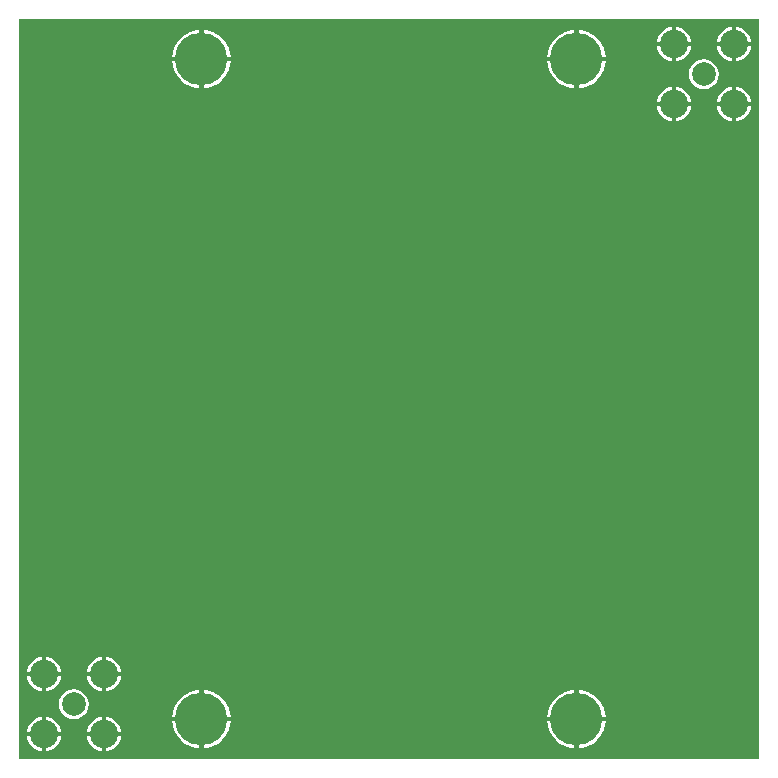
<source format=gbl>
G04 Layer_Physical_Order=2*
G04 Layer_Color=255*
%FSLAX44Y44*%
%MOMM*%
G71*
G01*
G75*
%ADD14C,2.0000*%
%ADD15C,2.4000*%
%ADD16C,4.4450*%
%ADD17C,4.0000*%
%ADD18C,0.7000*%
G36*
X-3915Y3915D02*
X-631085D01*
Y631085D01*
X-3915D01*
Y3915D01*
D02*
G37*
%LPC*%
G36*
X-474251Y62818D02*
Y40100D01*
X-451532D01*
X-451814Y42961D01*
X-453232Y47635D01*
X-455534Y51942D01*
X-458633Y55718D01*
X-462408Y58816D01*
X-466715Y61118D01*
X-471389Y62536D01*
X-474251Y62818D01*
D02*
G37*
G36*
X-156751D02*
Y40100D01*
X-134032D01*
X-134314Y42961D01*
X-135732Y47635D01*
X-138034Y51942D01*
X-141132Y55718D01*
X-144908Y58816D01*
X-149215Y61118D01*
X-153889Y62536D01*
X-156751Y62818D01*
D02*
G37*
G36*
X-611599Y74201D02*
X-624033D01*
X-623795Y72396D01*
X-622327Y68852D01*
X-619991Y65809D01*
X-616948Y63473D01*
X-613404Y62005D01*
X-611599Y61768D01*
Y74201D01*
D02*
G37*
G36*
X-584200Y63478D02*
X-587481Y63046D01*
X-590539Y61780D01*
X-593165Y59765D01*
X-595180Y57139D01*
X-596446Y54081D01*
X-596879Y50800D01*
X-596446Y47519D01*
X-595180Y44461D01*
X-593165Y41835D01*
X-590539Y39820D01*
X-587481Y38554D01*
X-584200Y38122D01*
X-580919Y38554D01*
X-577861Y39820D01*
X-575235Y41835D01*
X-573220Y44461D01*
X-571954Y47519D01*
X-571521Y50800D01*
X-571954Y54081D01*
X-573220Y57139D01*
X-575235Y59765D01*
X-577861Y61780D01*
X-580919Y63046D01*
X-584200Y63478D01*
D02*
G37*
G36*
X-478251Y62818D02*
X-481111Y62536D01*
X-485785Y61118D01*
X-490092Y58816D01*
X-493867Y55718D01*
X-496966Y51942D01*
X-499268Y47635D01*
X-500686Y42961D01*
X-500968Y40100D01*
X-478251D01*
Y62818D01*
D02*
G37*
G36*
X-160751D02*
X-163611Y62536D01*
X-168285Y61118D01*
X-172592Y58816D01*
X-176367Y55718D01*
X-179466Y51942D01*
X-181768Y47635D01*
X-183186Y42961D01*
X-183468Y40100D01*
X-160751D01*
Y62818D01*
D02*
G37*
G36*
X-611599Y90632D02*
X-613404Y90395D01*
X-616948Y88927D01*
X-619991Y86591D01*
X-622327Y83548D01*
X-623795Y80003D01*
X-624032Y78200D01*
X-611599D01*
Y90632D01*
D02*
G37*
G36*
X-560799D02*
X-562603Y90395D01*
X-566148Y88927D01*
X-569191Y86591D01*
X-571527Y83548D01*
X-572995Y80003D01*
X-573232Y78200D01*
X-560799D01*
Y90632D01*
D02*
G37*
G36*
X-607599Y90632D02*
Y78200D01*
X-595168D01*
X-595405Y80003D01*
X-596873Y83548D01*
X-599209Y86591D01*
X-602252Y88927D01*
X-605797Y90395D01*
X-607599Y90632D01*
D02*
G37*
G36*
X-560799Y74201D02*
X-573232D01*
X-572995Y72396D01*
X-571527Y68852D01*
X-569191Y65809D01*
X-566148Y63473D01*
X-562603Y62005D01*
X-560799Y61768D01*
Y74201D01*
D02*
G37*
G36*
X-595168D02*
X-607599D01*
Y61768D01*
X-605797Y62005D01*
X-602252Y63473D01*
X-599209Y65809D01*
X-596873Y68852D01*
X-595405Y72396D01*
X-595168Y74201D01*
D02*
G37*
G36*
X-544367D02*
X-556799D01*
Y61768D01*
X-554996Y62005D01*
X-551452Y63473D01*
X-548409Y65809D01*
X-546073Y68852D01*
X-544605Y72396D01*
X-544367Y74201D01*
D02*
G37*
G36*
Y23400D02*
X-556799D01*
Y10968D01*
X-554996Y11205D01*
X-551452Y12673D01*
X-548409Y15009D01*
X-546073Y18052D01*
X-544605Y21597D01*
X-544367Y23400D01*
D02*
G37*
G36*
X-134032Y36100D02*
X-156751D01*
Y13382D01*
X-153889Y13664D01*
X-149215Y15082D01*
X-144908Y17384D01*
X-141132Y20482D01*
X-138034Y24258D01*
X-135732Y28565D01*
X-134314Y33239D01*
X-134032Y36100D01*
D02*
G37*
G36*
X-451532D02*
X-474251D01*
Y13382D01*
X-471389Y13664D01*
X-466715Y15082D01*
X-462408Y17384D01*
X-458633Y20482D01*
X-455534Y24258D01*
X-453232Y28565D01*
X-451814Y33239D01*
X-451532Y36100D01*
D02*
G37*
G36*
X-611599Y23400D02*
X-624033D01*
X-623795Y21597D01*
X-622327Y18052D01*
X-619991Y15009D01*
X-616948Y12673D01*
X-613404Y11205D01*
X-611599Y10968D01*
Y23400D01*
D02*
G37*
G36*
X-560799D02*
X-573232D01*
X-572995Y21597D01*
X-571527Y18052D01*
X-569191Y15009D01*
X-566148Y12673D01*
X-562603Y11205D01*
X-560799Y10968D01*
Y23400D01*
D02*
G37*
G36*
X-595168D02*
X-607599D01*
Y10968D01*
X-605797Y11205D01*
X-602252Y12673D01*
X-599209Y15009D01*
X-596873Y18052D01*
X-595405Y21597D01*
X-595168Y23400D01*
D02*
G37*
G36*
X-560799Y39832D02*
X-562603Y39595D01*
X-566148Y38127D01*
X-569191Y35791D01*
X-571527Y32748D01*
X-572995Y29204D01*
X-573232Y27401D01*
X-560799D01*
Y39832D01*
D02*
G37*
G36*
X-607599Y39832D02*
Y27401D01*
X-595168D01*
X-595405Y29204D01*
X-596873Y32748D01*
X-599209Y35791D01*
X-602252Y38127D01*
X-605797Y39595D01*
X-607599Y39832D01*
D02*
G37*
G36*
X-556799D02*
Y27401D01*
X-544368D01*
X-544605Y29204D01*
X-546073Y32748D01*
X-548409Y35791D01*
X-551452Y38127D01*
X-554996Y39595D01*
X-556799Y39832D01*
D02*
G37*
G36*
X-478251Y36100D02*
X-500968D01*
X-500686Y33239D01*
X-499268Y28565D01*
X-496966Y24258D01*
X-493867Y20482D01*
X-490092Y17384D01*
X-485785Y15082D01*
X-481111Y13664D01*
X-478251Y13382D01*
Y36100D01*
D02*
G37*
G36*
X-160751D02*
X-183468D01*
X-183186Y33239D01*
X-181768Y28565D01*
X-179466Y24258D01*
X-176367Y20482D01*
X-172592Y17384D01*
X-168285Y15082D01*
X-163611Y13664D01*
X-160751Y13382D01*
Y36100D01*
D02*
G37*
G36*
X-611599Y39832D02*
X-613404Y39595D01*
X-616948Y38127D01*
X-619991Y35791D01*
X-622327Y32748D01*
X-623795Y29204D01*
X-624032Y27401D01*
X-611599D01*
Y39832D01*
D02*
G37*
G36*
X-556799Y90632D02*
Y78200D01*
X-544368D01*
X-544605Y80003D01*
X-546073Y83548D01*
X-548409Y86591D01*
X-551452Y88927D01*
X-554996Y90395D01*
X-556799Y90632D01*
D02*
G37*
G36*
X-10968Y607601D02*
X-23399D01*
Y595168D01*
X-21597Y595405D01*
X-18052Y596873D01*
X-15009Y599209D01*
X-12673Y602252D01*
X-11205Y605797D01*
X-10968Y607601D01*
D02*
G37*
G36*
X-478251Y621618D02*
X-481111Y621336D01*
X-485785Y619918D01*
X-490092Y617616D01*
X-493867Y614518D01*
X-496966Y610742D01*
X-499268Y606435D01*
X-500686Y601761D01*
X-500968Y598899D01*
X-478251D01*
Y621618D01*
D02*
G37*
G36*
X-160751D02*
X-163611Y621336D01*
X-168285Y619918D01*
X-172592Y617616D01*
X-176367Y614518D01*
X-179466Y610742D01*
X-181768Y606435D01*
X-183186Y601761D01*
X-183468Y598899D01*
X-160751D01*
Y621618D01*
D02*
G37*
G36*
X-78199Y607601D02*
X-90632D01*
X-90395Y605797D01*
X-88927Y602252D01*
X-86591Y599209D01*
X-83548Y596873D01*
X-80003Y595405D01*
X-78199Y595168D01*
Y607601D01*
D02*
G37*
G36*
X-27399D02*
X-39832D01*
X-39595Y605797D01*
X-38127Y602252D01*
X-35791Y599209D01*
X-32748Y596873D01*
X-29204Y595405D01*
X-27399Y595168D01*
Y607601D01*
D02*
G37*
G36*
X-61768D02*
X-74199D01*
Y595168D01*
X-72396Y595405D01*
X-68852Y596873D01*
X-65809Y599209D01*
X-63473Y602252D01*
X-62005Y605797D01*
X-61768Y607601D01*
D02*
G37*
G36*
X-78199Y624033D02*
X-80003Y623795D01*
X-83548Y622327D01*
X-86591Y619991D01*
X-88927Y616948D01*
X-90395Y613404D01*
X-90632Y611600D01*
X-78199D01*
Y624033D01*
D02*
G37*
G36*
X-74199Y624032D02*
Y611600D01*
X-61768D01*
X-62005Y613404D01*
X-63473Y616948D01*
X-65809Y619991D01*
X-68852Y622327D01*
X-72396Y623795D01*
X-74199Y624032D01*
D02*
G37*
G36*
X-23399D02*
Y611600D01*
X-10968D01*
X-11205Y613404D01*
X-12673Y616948D01*
X-15009Y619991D01*
X-18052Y622327D01*
X-21597Y623795D01*
X-23399Y624032D01*
D02*
G37*
G36*
X-474251Y621618D02*
Y598899D01*
X-451532D01*
X-451814Y601761D01*
X-453232Y606435D01*
X-455534Y610742D01*
X-458633Y614518D01*
X-462408Y617616D01*
X-466715Y619918D01*
X-471389Y621336D01*
X-474251Y621618D01*
D02*
G37*
G36*
X-156751D02*
Y598899D01*
X-134032D01*
X-134314Y601761D01*
X-135732Y606435D01*
X-138034Y610742D01*
X-141132Y614518D01*
X-144908Y617616D01*
X-149215Y619918D01*
X-153889Y621336D01*
X-156751Y621618D01*
D02*
G37*
G36*
X-27399Y624033D02*
X-29204Y623795D01*
X-32748Y622327D01*
X-35791Y619991D01*
X-38127Y616948D01*
X-39595Y613404D01*
X-39832Y611600D01*
X-27399D01*
Y624033D01*
D02*
G37*
G36*
X-160751Y594899D02*
X-183468D01*
X-183186Y592039D01*
X-181768Y587365D01*
X-179466Y583058D01*
X-176367Y579282D01*
X-172592Y576184D01*
X-168285Y573882D01*
X-163611Y572464D01*
X-160751Y572182D01*
Y594899D01*
D02*
G37*
G36*
X-10968Y556800D02*
X-23399D01*
Y544368D01*
X-21597Y544605D01*
X-18052Y546073D01*
X-15009Y548409D01*
X-12673Y551452D01*
X-11205Y554996D01*
X-10968Y556800D01*
D02*
G37*
G36*
X-27399Y573232D02*
X-29204Y572995D01*
X-32748Y571527D01*
X-35791Y569191D01*
X-38127Y566148D01*
X-39595Y562603D01*
X-39832Y560801D01*
X-27399D01*
Y573232D01*
D02*
G37*
G36*
X-78199D02*
X-80003Y572995D01*
X-83548Y571527D01*
X-86591Y569191D01*
X-88927Y566148D01*
X-90395Y562603D01*
X-90632Y560801D01*
X-78199D01*
Y573232D01*
D02*
G37*
G36*
Y556800D02*
X-90632D01*
X-90395Y554996D01*
X-88927Y551452D01*
X-86591Y548409D01*
X-83548Y546073D01*
X-80003Y544605D01*
X-78199Y544367D01*
Y556800D01*
D02*
G37*
G36*
X-27399D02*
X-39832D01*
X-39595Y554996D01*
X-38127Y551452D01*
X-35791Y548409D01*
X-32748Y546073D01*
X-29204Y544605D01*
X-27399Y544367D01*
Y556800D01*
D02*
G37*
G36*
X-61768D02*
X-74199D01*
Y544368D01*
X-72396Y544605D01*
X-68852Y546073D01*
X-65809Y548409D01*
X-63473Y551452D01*
X-62005Y554996D01*
X-61768Y556800D01*
D02*
G37*
G36*
X-134032Y594899D02*
X-156751D01*
Y572182D01*
X-153889Y572464D01*
X-149215Y573882D01*
X-144908Y576184D01*
X-141132Y579282D01*
X-138034Y583058D01*
X-135732Y587365D01*
X-134314Y592039D01*
X-134032Y594899D01*
D02*
G37*
G36*
X-451532D02*
X-474251D01*
Y572182D01*
X-471389Y572464D01*
X-466715Y573882D01*
X-462408Y576184D01*
X-458633Y579282D01*
X-455534Y583058D01*
X-453232Y587365D01*
X-451814Y592039D01*
X-451532Y594899D01*
D02*
G37*
G36*
X-478251D02*
X-500968D01*
X-500686Y592039D01*
X-499268Y587365D01*
X-496966Y583058D01*
X-493867Y579282D01*
X-490092Y576184D01*
X-485785Y573882D01*
X-481111Y572464D01*
X-478251Y572182D01*
Y594899D01*
D02*
G37*
G36*
X-74199Y573232D02*
Y560801D01*
X-61768D01*
X-62005Y562603D01*
X-63473Y566148D01*
X-65809Y569191D01*
X-68852Y571527D01*
X-72396Y572995D01*
X-74199Y573232D01*
D02*
G37*
G36*
X-23399D02*
Y560801D01*
X-10968D01*
X-11205Y562603D01*
X-12673Y566148D01*
X-15009Y569191D01*
X-18052Y571527D01*
X-21597Y572995D01*
X-23399Y573232D01*
D02*
G37*
G36*
X-50800Y596879D02*
X-54081Y596446D01*
X-57139Y595180D01*
X-59765Y593165D01*
X-61780Y590539D01*
X-63046Y587481D01*
X-63478Y584200D01*
X-63046Y580919D01*
X-61780Y577861D01*
X-59765Y575235D01*
X-57139Y573220D01*
X-54081Y571954D01*
X-50800Y571521D01*
X-47519Y571954D01*
X-44461Y573220D01*
X-41835Y575235D01*
X-39820Y577861D01*
X-38554Y580919D01*
X-38122Y584200D01*
X-38554Y587481D01*
X-39820Y590539D01*
X-41835Y593165D01*
X-44461Y595180D01*
X-47519Y596446D01*
X-50800Y596879D01*
D02*
G37*
%LPD*%
D14*
Y584200D02*
D03*
X-584200Y50800D02*
D03*
D15*
X-25400Y609600D02*
D03*
X-76200D02*
D03*
Y558800D02*
D03*
X-25400D02*
D03*
X-558800Y25400D02*
D03*
X-609600D02*
D03*
Y76200D02*
D03*
X-558800D02*
D03*
D16*
X-476250Y596900D02*
D03*
X-158750D02*
D03*
Y38100D02*
D03*
X-476250D02*
D03*
D17*
X-45700Y45700D02*
D03*
X-444500Y119400D02*
D03*
X-589300Y589300D02*
D03*
D18*
X-124200Y16800D02*
D03*
X-126200Y27800D02*
D03*
Y35800D02*
D03*
Y46800D02*
D03*
X-127200Y57800D02*
D03*
X-187200Y18800D02*
D03*
X-188200Y29800D02*
D03*
Y43800D02*
D03*
Y55800D02*
D03*
X-608200Y95800D02*
D03*
X-618200D02*
D03*
X-445200Y23800D02*
D03*
X-444200Y34800D02*
D03*
Y45800D02*
D03*
X-445200Y56800D02*
D03*
X-507200Y16800D02*
D03*
X-506200Y31800D02*
D03*
Y44800D02*
D03*
X-505200Y54800D02*
D03*
X-538200Y18800D02*
D03*
X-537200Y28800D02*
D03*
X-542200Y38800D02*
D03*
X-553200Y45800D02*
D03*
X-554200Y55800D02*
D03*
X-546200Y59800D02*
D03*
X-539200Y74800D02*
D03*
X-540200Y83800D02*
D03*
X-545200Y95800D02*
D03*
X-557200D02*
D03*
X-506200Y613800D02*
D03*
Y599800D02*
D03*
Y587800D02*
D03*
Y573800D02*
D03*
X-495200Y563800D02*
D03*
X-484200D02*
D03*
X-445200Y581800D02*
D03*
Y591800D02*
D03*
Y603800D02*
D03*
Y614800D02*
D03*
X-473200Y540800D02*
D03*
Y550800D02*
D03*
Y563800D02*
D03*
X-459200Y571800D02*
D03*
X-448200Y573800D02*
D03*
X-434200D02*
D03*
X-377200Y572800D02*
D03*
X-388200Y574800D02*
D03*
X-403200D02*
D03*
X-417200D02*
D03*
X-425200Y562800D02*
D03*
Y552800D02*
D03*
Y541800D02*
D03*
X-125200Y597800D02*
D03*
Y607800D02*
D03*
Y616800D02*
D03*
X-192200Y617800D02*
D03*
Y606800D02*
D03*
X-627200Y255800D02*
D03*
Y245800D02*
D03*
Y235800D02*
D03*
Y225800D02*
D03*
Y215800D02*
D03*
Y205800D02*
D03*
Y195800D02*
D03*
Y185800D02*
D03*
Y175800D02*
D03*
Y165800D02*
D03*
Y155800D02*
D03*
Y145800D02*
D03*
Y135800D02*
D03*
Y125800D02*
D03*
Y115800D02*
D03*
Y105800D02*
D03*
Y95800D02*
D03*
Y85800D02*
D03*
Y75800D02*
D03*
Y65800D02*
D03*
Y55800D02*
D03*
Y45800D02*
D03*
Y35800D02*
D03*
Y25800D02*
D03*
Y265800D02*
D03*
Y494800D02*
D03*
Y484800D02*
D03*
Y474800D02*
D03*
Y464800D02*
D03*
Y454800D02*
D03*
Y444800D02*
D03*
Y434800D02*
D03*
Y424800D02*
D03*
Y414800D02*
D03*
Y404800D02*
D03*
Y394800D02*
D03*
Y384800D02*
D03*
Y374800D02*
D03*
Y364800D02*
D03*
Y354800D02*
D03*
Y344800D02*
D03*
Y334800D02*
D03*
Y324800D02*
D03*
Y314800D02*
D03*
Y304800D02*
D03*
Y294800D02*
D03*
Y284800D02*
D03*
Y274800D02*
D03*
Y507800D02*
D03*
Y626800D02*
D03*
Y616800D02*
D03*
Y606800D02*
D03*
Y596800D02*
D03*
Y586800D02*
D03*
Y576800D02*
D03*
Y566800D02*
D03*
Y556800D02*
D03*
Y546800D02*
D03*
Y536800D02*
D03*
Y526800D02*
D03*
Y516800D02*
D03*
Y16800D02*
D03*
X-95200Y563800D02*
D03*
Y554800D02*
D03*
Y544800D02*
D03*
X-97200Y607800D02*
D03*
Y617800D02*
D03*
X-90200Y534800D02*
D03*
X-77200D02*
D03*
X-66200D02*
D03*
X-56200Y535800D02*
D03*
X-43200Y534800D02*
D03*
X-32200Y535800D02*
D03*
X-21200D02*
D03*
X-45200Y608800D02*
D03*
X-55200Y609800D02*
D03*
X-46200Y557800D02*
D03*
X-56200D02*
D03*
X-25200Y579800D02*
D03*
Y589800D02*
D03*
X-385200Y627800D02*
D03*
X-395200D02*
D03*
X-405200D02*
D03*
X-415200D02*
D03*
X-425200D02*
D03*
X-435200D02*
D03*
X-445200D02*
D03*
X-455200D02*
D03*
X-465200D02*
D03*
X-475200D02*
D03*
X-485200D02*
D03*
X-495200D02*
D03*
X-505200D02*
D03*
X-515200D02*
D03*
X-525200D02*
D03*
X-535200D02*
D03*
X-545200D02*
D03*
X-555200D02*
D03*
X-565200D02*
D03*
X-575200D02*
D03*
X-585200D02*
D03*
X-595200D02*
D03*
X-605200D02*
D03*
X-615200D02*
D03*
X-374200D02*
D03*
X-135200D02*
D03*
X-145200D02*
D03*
X-155200D02*
D03*
X-165200D02*
D03*
X-175200D02*
D03*
X-185200D02*
D03*
X-195200D02*
D03*
X-205200D02*
D03*
X-215200D02*
D03*
X-225200D02*
D03*
X-235200D02*
D03*
X-245200D02*
D03*
X-255200D02*
D03*
X-265200D02*
D03*
X-275200D02*
D03*
X-285200D02*
D03*
X-295200D02*
D03*
X-305200D02*
D03*
X-315200D02*
D03*
X-325200D02*
D03*
X-335200D02*
D03*
X-345200D02*
D03*
X-355200D02*
D03*
X-365200D02*
D03*
X-125200D02*
D03*
X-16200D02*
D03*
X-26200D02*
D03*
X-36200D02*
D03*
X-46200D02*
D03*
X-56200D02*
D03*
X-66200D02*
D03*
X-76200D02*
D03*
X-86200D02*
D03*
X-96200D02*
D03*
X-106200D02*
D03*
X-116200D02*
D03*
X-177200Y66800D02*
D03*
X-167200D02*
D03*
X-157200D02*
D03*
X-147200D02*
D03*
X-137200D02*
D03*
X-127200D02*
D03*
X-117200D02*
D03*
X-107200D02*
D03*
X-97200D02*
D03*
X-87200D02*
D03*
X-77200D02*
D03*
X-67200D02*
D03*
X-57200D02*
D03*
X-27200D02*
D03*
X-17200D02*
D03*
X-188200D02*
D03*
X-427200D02*
D03*
X-417200D02*
D03*
X-407200D02*
D03*
X-397200D02*
D03*
X-387200D02*
D03*
X-377200D02*
D03*
X-367200D02*
D03*
X-357200D02*
D03*
X-347200D02*
D03*
X-337200D02*
D03*
X-327200D02*
D03*
X-317200D02*
D03*
X-307200D02*
D03*
X-297200D02*
D03*
X-287200D02*
D03*
X-277200D02*
D03*
X-267200D02*
D03*
X-257200D02*
D03*
X-247200D02*
D03*
X-237200D02*
D03*
X-227200D02*
D03*
X-217200D02*
D03*
X-207200D02*
D03*
X-197200D02*
D03*
X-437200D02*
D03*
X-536200D02*
D03*
X-526200D02*
D03*
X-516200D02*
D03*
X-506200D02*
D03*
X-496200D02*
D03*
X-486200D02*
D03*
X-476200D02*
D03*
X-466200D02*
D03*
X-456200D02*
D03*
X-446200D02*
D03*
X-7678Y17039D02*
D03*
Y517039D02*
D03*
Y527039D02*
D03*
Y537039D02*
D03*
Y547039D02*
D03*
Y557039D02*
D03*
Y567039D02*
D03*
Y577039D02*
D03*
Y587039D02*
D03*
Y597039D02*
D03*
Y607039D02*
D03*
Y617039D02*
D03*
Y627039D02*
D03*
Y508039D02*
D03*
Y275039D02*
D03*
Y285039D02*
D03*
Y295039D02*
D03*
Y305039D02*
D03*
Y315039D02*
D03*
Y325039D02*
D03*
Y335039D02*
D03*
Y345039D02*
D03*
Y355039D02*
D03*
Y365039D02*
D03*
Y375039D02*
D03*
Y385039D02*
D03*
Y395039D02*
D03*
Y405039D02*
D03*
Y415039D02*
D03*
Y425039D02*
D03*
Y435039D02*
D03*
Y445039D02*
D03*
Y455039D02*
D03*
Y465039D02*
D03*
Y475039D02*
D03*
Y485039D02*
D03*
Y495039D02*
D03*
Y266039D02*
D03*
Y26039D02*
D03*
Y36039D02*
D03*
Y46039D02*
D03*
Y56039D02*
D03*
Y66039D02*
D03*
Y76039D02*
D03*
Y86039D02*
D03*
Y96039D02*
D03*
Y106039D02*
D03*
Y116039D02*
D03*
Y126039D02*
D03*
Y136039D02*
D03*
Y146039D02*
D03*
Y156039D02*
D03*
Y166039D02*
D03*
Y176039D02*
D03*
Y186039D02*
D03*
Y196039D02*
D03*
Y206039D02*
D03*
Y216039D02*
D03*
Y226039D02*
D03*
Y236039D02*
D03*
Y246039D02*
D03*
Y256039D02*
D03*
X-119200Y7800D02*
D03*
X-109200D02*
D03*
X-99200D02*
D03*
X-89200D02*
D03*
X-79200D02*
D03*
X-69200D02*
D03*
X-59200D02*
D03*
X-49200D02*
D03*
X-39200D02*
D03*
X-29200D02*
D03*
X-19200D02*
D03*
X-9200D02*
D03*
X-128200D02*
D03*
X-368200D02*
D03*
X-358200D02*
D03*
X-348200D02*
D03*
X-338200D02*
D03*
X-328200D02*
D03*
X-318200D02*
D03*
X-308200D02*
D03*
X-298200D02*
D03*
X-288200D02*
D03*
X-278200D02*
D03*
X-268200D02*
D03*
X-258200D02*
D03*
X-248200D02*
D03*
X-238200D02*
D03*
X-228200D02*
D03*
X-218200D02*
D03*
X-208200D02*
D03*
X-198200D02*
D03*
X-188200D02*
D03*
X-178200D02*
D03*
X-168200D02*
D03*
X-158200D02*
D03*
X-148200D02*
D03*
X-138200D02*
D03*
X-377200D02*
D03*
X-618200D02*
D03*
X-608200D02*
D03*
X-598200D02*
D03*
X-588200D02*
D03*
X-578200D02*
D03*
X-568200D02*
D03*
X-558200D02*
D03*
X-548200D02*
D03*
X-538200D02*
D03*
X-528200D02*
D03*
X-518200D02*
D03*
X-508200D02*
D03*
X-498200D02*
D03*
X-488200D02*
D03*
X-478200D02*
D03*
X-468200D02*
D03*
X-458200D02*
D03*
X-448200D02*
D03*
X-438200D02*
D03*
X-428200D02*
D03*
X-418200D02*
D03*
X-408200D02*
D03*
X-398200D02*
D03*
X-388200D02*
D03*
X-627200D02*
D03*
X-339200Y241800D02*
D03*
X-349200D02*
D03*
X-359200D02*
D03*
X-389200D02*
D03*
X-399200D02*
D03*
X-409200D02*
D03*
X-459200D02*
D03*
X-449200D02*
D03*
X-439200D02*
D03*
X-349816Y281800D02*
D03*
X-328816Y260800D02*
D03*
X-369816Y261800D02*
D03*
Y274800D02*
D03*
X-328816Y271800D02*
D03*
Y249800D02*
D03*
X-369816D02*
D03*
X-360816Y281800D02*
D03*
X-337816D02*
D03*
X-401124D02*
D03*
X-380124Y260800D02*
D03*
X-421124Y261800D02*
D03*
Y274800D02*
D03*
X-380124Y271800D02*
D03*
Y249800D02*
D03*
X-421124D02*
D03*
X-412124Y281800D02*
D03*
X-389124D02*
D03*
X-452432D02*
D03*
X-431432Y260800D02*
D03*
X-472432Y261800D02*
D03*
Y274800D02*
D03*
X-431432Y271800D02*
D03*
Y249800D02*
D03*
X-472432D02*
D03*
X-463432Y281800D02*
D03*
X-440432D02*
D03*
X-382200Y355800D02*
D03*
X-316200Y358800D02*
D03*
X-213200Y543800D02*
D03*
X-196200Y436800D02*
D03*
X-197200Y425800D02*
D03*
X-235200Y281800D02*
D03*
X-258200D02*
D03*
X-267200Y249800D02*
D03*
X-260200Y241800D02*
D03*
X-235200Y240800D02*
D03*
X-226200Y249800D02*
D03*
Y271800D02*
D03*
X-267200Y274800D02*
D03*
Y261800D02*
D03*
X-226200Y260800D02*
D03*
X-247200Y240800D02*
D03*
Y281800D02*
D03*
X-225200Y298800D02*
D03*
Y307800D02*
D03*
Y288800D02*
D03*
X-217200Y281800D02*
D03*
X-205200D02*
D03*
X-193200D02*
D03*
X-305200Y405800D02*
D03*
X-323200D02*
D03*
X-246200Y457800D02*
D03*
X-317200Y456800D02*
D03*
X-318200Y540800D02*
D03*
X-319200Y550800D02*
D03*
X-318200Y561800D02*
D03*
X-223200Y542800D02*
D03*
X-222200Y557800D02*
D03*
X-272200Y542800D02*
D03*
X-273200Y557800D02*
D03*
X-248200Y516800D02*
D03*
X-268200D02*
D03*
X-287200D02*
D03*
X-307200D02*
D03*
X-327200D02*
D03*
X-324200Y570800D02*
D03*
X-311200Y571800D02*
D03*
X-298200D02*
D03*
X-285200D02*
D03*
X-273200D02*
D03*
X-261200D02*
D03*
X-249200D02*
D03*
X-237200D02*
D03*
X-228200D02*
D03*
X-220200Y567800D02*
D03*
X-212200Y561800D02*
D03*
X-203200Y554800D02*
D03*
X-195200Y547800D02*
D03*
X-186200Y540800D02*
D03*
X-177200D02*
D03*
X-166200D02*
D03*
X-157200D02*
D03*
X-147200D02*
D03*
X-137200D02*
D03*
X-128200D02*
D03*
X-122200Y545800D02*
D03*
X-117200Y552800D02*
D03*
X-112200Y559800D02*
D03*
X-106200Y566800D02*
D03*
X-99200Y571800D02*
D03*
X-91200D02*
D03*
X-88200Y595800D02*
D03*
X-96200Y596800D02*
D03*
X-104200D02*
D03*
X-63200Y595800D02*
D03*
X-113200D02*
D03*
X-119200Y589800D02*
D03*
X-124200Y582800D02*
D03*
X-130200Y575800D02*
D03*
X-136200Y568800D02*
D03*
X-145200Y564800D02*
D03*
X-155200D02*
D03*
X-166200D02*
D03*
X-176200D02*
D03*
X-184200Y570800D02*
D03*
X-191200Y576800D02*
D03*
X-198200Y582800D02*
D03*
X-205200Y588800D02*
D03*
X-426200Y524800D02*
D03*
X-412200Y467800D02*
D03*
X-422200D02*
D03*
X-406200Y501800D02*
D03*
X-404200Y493800D02*
D03*
X-328200Y540800D02*
D03*
Y550800D02*
D03*
Y561800D02*
D03*
X-335200Y571800D02*
D03*
X-370200Y539800D02*
D03*
Y547800D02*
D03*
Y556800D02*
D03*
Y565800D02*
D03*
X-362200Y573800D02*
D03*
Y584800D02*
D03*
X-337200Y521800D02*
D03*
Y511800D02*
D03*
X-472200Y520800D02*
D03*
Y509800D02*
D03*
X-431200Y518800D02*
D03*
Y507800D02*
D03*
Y497800D02*
D03*
X-441200D02*
D03*
X-452200D02*
D03*
X-462200D02*
D03*
X-472200D02*
D03*
X-500200Y478800D02*
D03*
Y488800D02*
D03*
X-198200Y376800D02*
D03*
Y386800D02*
D03*
X-244200Y371800D02*
D03*
Y381800D02*
D03*
Y391800D02*
D03*
X-234200Y396800D02*
D03*
X-224200D02*
D03*
Y406800D02*
D03*
Y416800D02*
D03*
X-233200D02*
D03*
X-243200Y419800D02*
D03*
Y429800D02*
D03*
Y439800D02*
D03*
X-237200Y447800D02*
D03*
X-227200D02*
D03*
Y457800D02*
D03*
X-196200Y479800D02*
D03*
Y488800D02*
D03*
X-227200Y466800D02*
D03*
X-237200Y467800D02*
D03*
X-243200Y474800D02*
D03*
Y484800D02*
D03*
Y494800D02*
D03*
X-234200Y498800D02*
D03*
X-225200Y501800D02*
D03*
Y511800D02*
D03*
Y521800D02*
D03*
X-182200Y524800D02*
D03*
X-512200Y514800D02*
D03*
Y522800D02*
D03*
X-362200Y530800D02*
D03*
X-372200D02*
D03*
X-382200D02*
D03*
X-392200D02*
D03*
X-402200D02*
D03*
X-412200D02*
D03*
X-422200D02*
D03*
X-432200D02*
D03*
X-442200D02*
D03*
X-452200D02*
D03*
X-462200D02*
D03*
X-472200D02*
D03*
X-482200D02*
D03*
X-492200D02*
D03*
X-502200D02*
D03*
X-512200D02*
D03*
X-127200D02*
D03*
X-137200D02*
D03*
X-147200D02*
D03*
X-157200D02*
D03*
X-167200D02*
D03*
X-177200D02*
D03*
X-187200D02*
D03*
X-197200D02*
D03*
X-207200D02*
D03*
X-217200D02*
D03*
X-227200D02*
D03*
X-237200D02*
D03*
X-247200D02*
D03*
X-257200D02*
D03*
X-267200D02*
D03*
X-277200D02*
D03*
X-287200D02*
D03*
X-297200D02*
D03*
X-307200D02*
D03*
X-317200D02*
D03*
X-327200D02*
D03*
X-337200D02*
D03*
X-192200Y595800D02*
D03*
X-202200D02*
D03*
X-212200D02*
D03*
X-222200D02*
D03*
X-232200D02*
D03*
X-242200D02*
D03*
X-252200D02*
D03*
X-262200D02*
D03*
X-272200D02*
D03*
X-282200D02*
D03*
X-292200D02*
D03*
X-302200D02*
D03*
X-312200D02*
D03*
X-322200D02*
D03*
X-332200D02*
D03*
X-342200D02*
D03*
X-352200D02*
D03*
X-362200D02*
D03*
X-182200Y285800D02*
D03*
Y295800D02*
D03*
Y305800D02*
D03*
Y315800D02*
D03*
Y325800D02*
D03*
Y335800D02*
D03*
Y345800D02*
D03*
Y355800D02*
D03*
Y365800D02*
D03*
Y375800D02*
D03*
Y385800D02*
D03*
Y395800D02*
D03*
Y405800D02*
D03*
Y415800D02*
D03*
Y425800D02*
D03*
Y435800D02*
D03*
Y445800D02*
D03*
Y455800D02*
D03*
Y465800D02*
D03*
Y475800D02*
D03*
Y485800D02*
D03*
Y495800D02*
D03*
Y505800D02*
D03*
Y515800D02*
D03*
X-512200Y505800D02*
D03*
Y495800D02*
D03*
Y485800D02*
D03*
Y475800D02*
D03*
Y465800D02*
D03*
Y455800D02*
D03*
Y445800D02*
D03*
Y435800D02*
D03*
Y425800D02*
D03*
Y415800D02*
D03*
Y405800D02*
D03*
Y395800D02*
D03*
Y385800D02*
D03*
Y375800D02*
D03*
Y365800D02*
D03*
Y355800D02*
D03*
Y345800D02*
D03*
Y335800D02*
D03*
Y325800D02*
D03*
Y315800D02*
D03*
Y305800D02*
D03*
Y295800D02*
D03*
Y285800D02*
D03*
X-502200Y280800D02*
D03*
X-492200D02*
D03*
X-482200D02*
D03*
X-472200Y285800D02*
D03*
Y295800D02*
D03*
Y305800D02*
D03*
X-462200Y315800D02*
D03*
X-472200D02*
D03*
X-452200D02*
D03*
Y325800D02*
D03*
Y335800D02*
D03*
Y345800D02*
D03*
X-462200D02*
D03*
X-472200D02*
D03*
Y355800D02*
D03*
Y365800D02*
D03*
X-462200D02*
D03*
X-452200D02*
D03*
Y375800D02*
D03*
Y385800D02*
D03*
Y395800D02*
D03*
X-462200D02*
D03*
X-472200D02*
D03*
Y405800D02*
D03*
Y415800D02*
D03*
X-462200D02*
D03*
X-452200Y420800D02*
D03*
Y430800D02*
D03*
Y440800D02*
D03*
X-462200Y445800D02*
D03*
X-472200D02*
D03*
Y455800D02*
D03*
Y465800D02*
D03*
X-462200D02*
D03*
X-452200Y470800D02*
D03*
X-442200D02*
D03*
X-197200Y335800D02*
D03*
Y325800D02*
D03*
X-257200Y455800D02*
D03*
Y445800D02*
D03*
X-287200Y455800D02*
D03*
Y445800D02*
D03*
X-397200Y500800D02*
D03*
X-387200D02*
D03*
X-377200D02*
D03*
X-367200D02*
D03*
X-357200D02*
D03*
X-347200Y495800D02*
D03*
X-337200Y500800D02*
D03*
X-327200D02*
D03*
X-317200D02*
D03*
X-307200D02*
D03*
X-297200Y495800D02*
D03*
X-287200D02*
D03*
X-277200D02*
D03*
X-267200D02*
D03*
X-257200Y490800D02*
D03*
Y480800D02*
D03*
Y470800D02*
D03*
X-267200Y465800D02*
D03*
X-277200D02*
D03*
X-287200Y470800D02*
D03*
X-297200D02*
D03*
X-307200Y465800D02*
D03*
X-317200D02*
D03*
X-327200D02*
D03*
X-337200D02*
D03*
Y455800D02*
D03*
Y445800D02*
D03*
X-327200D02*
D03*
X-317200D02*
D03*
X-307200D02*
D03*
X-402200Y485800D02*
D03*
Y475800D02*
D03*
Y465800D02*
D03*
Y455800D02*
D03*
Y445800D02*
D03*
X-407200Y435800D02*
D03*
Y425800D02*
D03*
X-392200Y465800D02*
D03*
X-382200D02*
D03*
X-372200D02*
D03*
X-362200D02*
D03*
Y455800D02*
D03*
Y445800D02*
D03*
X-372200D02*
D03*
X-382200D02*
D03*
X-392200D02*
D03*
X-397200Y435800D02*
D03*
Y425800D02*
D03*
X-392200Y415800D02*
D03*
X-382200D02*
D03*
X-372200D02*
D03*
X-362200D02*
D03*
Y405800D02*
D03*
X-367200Y395800D02*
D03*
X-377200D02*
D03*
X-387200D02*
D03*
X-397200D02*
D03*
Y385800D02*
D03*
Y375800D02*
D03*
X-407200Y415800D02*
D03*
Y405800D02*
D03*
Y395800D02*
D03*
X-432200Y465800D02*
D03*
X-437200Y455800D02*
D03*
Y445800D02*
D03*
X-432200Y435800D02*
D03*
Y425800D02*
D03*
Y415800D02*
D03*
Y405800D02*
D03*
Y395800D02*
D03*
Y385800D02*
D03*
X-407200D02*
D03*
Y375800D02*
D03*
X-432200D02*
D03*
X-437200Y365800D02*
D03*
Y355800D02*
D03*
X-237200Y365800D02*
D03*
X-227200D02*
D03*
Y355800D02*
D03*
X-257200D02*
D03*
Y365800D02*
D03*
Y375800D02*
D03*
Y385800D02*
D03*
Y395800D02*
D03*
Y405800D02*
D03*
Y415800D02*
D03*
Y425800D02*
D03*
Y435800D02*
D03*
X-287200D02*
D03*
Y425800D02*
D03*
Y415800D02*
D03*
Y405800D02*
D03*
Y395800D02*
D03*
Y385800D02*
D03*
Y375800D02*
D03*
Y365800D02*
D03*
Y355800D02*
D03*
X-302200Y435800D02*
D03*
Y425800D02*
D03*
X-307200Y415800D02*
D03*
X-317200D02*
D03*
X-327200D02*
D03*
X-337200D02*
D03*
Y405800D02*
D03*
Y395800D02*
D03*
X-327200D02*
D03*
X-317200D02*
D03*
X-307200D02*
D03*
X-302200Y385800D02*
D03*
Y375800D02*
D03*
X-307200Y365800D02*
D03*
X-317200D02*
D03*
X-327200D02*
D03*
X-337200D02*
D03*
Y355800D02*
D03*
Y345800D02*
D03*
X-327200D02*
D03*
X-317200D02*
D03*
X-307200D02*
D03*
X-297200D02*
D03*
X-287200D02*
D03*
X-277200D02*
D03*
X-267200D02*
D03*
X-257200D02*
D03*
X-247200D02*
D03*
X-237200D02*
D03*
X-227200D02*
D03*
Y315800D02*
D03*
X-237200D02*
D03*
X-247200D02*
D03*
X-257200D02*
D03*
X-267200D02*
D03*
X-402200Y365800D02*
D03*
Y355800D02*
D03*
X-392200Y365800D02*
D03*
X-382200D02*
D03*
X-372200D02*
D03*
X-362200D02*
D03*
Y355800D02*
D03*
X-367200Y345800D02*
D03*
X-377200D02*
D03*
X-387200D02*
D03*
X-397200D02*
D03*
X-407200D02*
D03*
X-417200D02*
D03*
X-427200D02*
D03*
X-437200Y340800D02*
D03*
Y330800D02*
D03*
Y320800D02*
D03*
X-427200Y315800D02*
D03*
X-417200D02*
D03*
X-407200D02*
D03*
X-397200D02*
D03*
X-387200D02*
D03*
X-377200D02*
D03*
X-367200D02*
D03*
X-357200D02*
D03*
X-347200D02*
D03*
X-337200D02*
D03*
X-327200D02*
D03*
X-277200D02*
D03*
X-285200Y310800D02*
D03*
Y300800D02*
D03*
X-317200Y315800D02*
D03*
X-311200Y310800D02*
D03*
Y300800D02*
D03*
Y290800D02*
D03*
X-285200D02*
D03*
X-311200Y280800D02*
D03*
X-285200D02*
D03*
X-277200Y275800D02*
D03*
Y265800D02*
D03*
Y255800D02*
D03*
X-279200Y244800D02*
D03*
X-284200Y234800D02*
D03*
Y224800D02*
D03*
Y214800D02*
D03*
X-294200Y209800D02*
D03*
X-304200D02*
D03*
X-314200D02*
D03*
X-324200D02*
D03*
X-334200D02*
D03*
X-344200D02*
D03*
X-354200D02*
D03*
X-364200D02*
D03*
X-374200D02*
D03*
X-384200D02*
D03*
X-394200D02*
D03*
X-404200D02*
D03*
X-414200D02*
D03*
X-424200D02*
D03*
X-434200D02*
D03*
X-444200D02*
D03*
X-454200D02*
D03*
X-464200D02*
D03*
X-474200D02*
D03*
X-484200D02*
D03*
X-494200D02*
D03*
X-504200D02*
D03*
X-514200D02*
D03*
X-524200D02*
D03*
X-534200D02*
D03*
X-544200D02*
D03*
X-554200D02*
D03*
X-569200Y203800D02*
D03*
X-564200Y209800D02*
D03*
X-569200Y195800D02*
D03*
Y185800D02*
D03*
Y175800D02*
D03*
Y165800D02*
D03*
Y155800D02*
D03*
Y145800D02*
D03*
Y135800D02*
D03*
Y125800D02*
D03*
Y115800D02*
D03*
Y105800D02*
D03*
Y95800D02*
D03*
Y60800D02*
D03*
X-564200Y50800D02*
D03*
X-569200Y40800D02*
D03*
X-579200Y30800D02*
D03*
X-589200D02*
D03*
X-599200Y40800D02*
D03*
X-604200Y50800D02*
D03*
X-599200Y60800D02*
D03*
X-319200Y275800D02*
D03*
Y265800D02*
D03*
Y245800D02*
D03*
Y255800D02*
D03*
X-314200Y235800D02*
D03*
X-324200D02*
D03*
X-334200D02*
D03*
X-344200D02*
D03*
X-354200D02*
D03*
X-364200D02*
D03*
X-374200D02*
D03*
X-384200D02*
D03*
X-394200D02*
D03*
X-404200D02*
D03*
X-414200D02*
D03*
X-424200D02*
D03*
X-434200D02*
D03*
X-444200D02*
D03*
X-454200D02*
D03*
X-464200D02*
D03*
X-474200D02*
D03*
X-484200D02*
D03*
X-494200D02*
D03*
X-504200D02*
D03*
X-514200D02*
D03*
X-524200D02*
D03*
X-534200D02*
D03*
X-544200D02*
D03*
X-554200D02*
D03*
X-564200D02*
D03*
X-574200D02*
D03*
X-584200D02*
D03*
X-593200Y232800D02*
D03*
X-599200Y225800D02*
D03*
Y215800D02*
D03*
Y205800D02*
D03*
Y195800D02*
D03*
Y185800D02*
D03*
Y165800D02*
D03*
Y175800D02*
D03*
Y155800D02*
D03*
Y145800D02*
D03*
Y135800D02*
D03*
Y125800D02*
D03*
Y115800D02*
D03*
Y105800D02*
D03*
Y95800D02*
D03*
M02*

</source>
